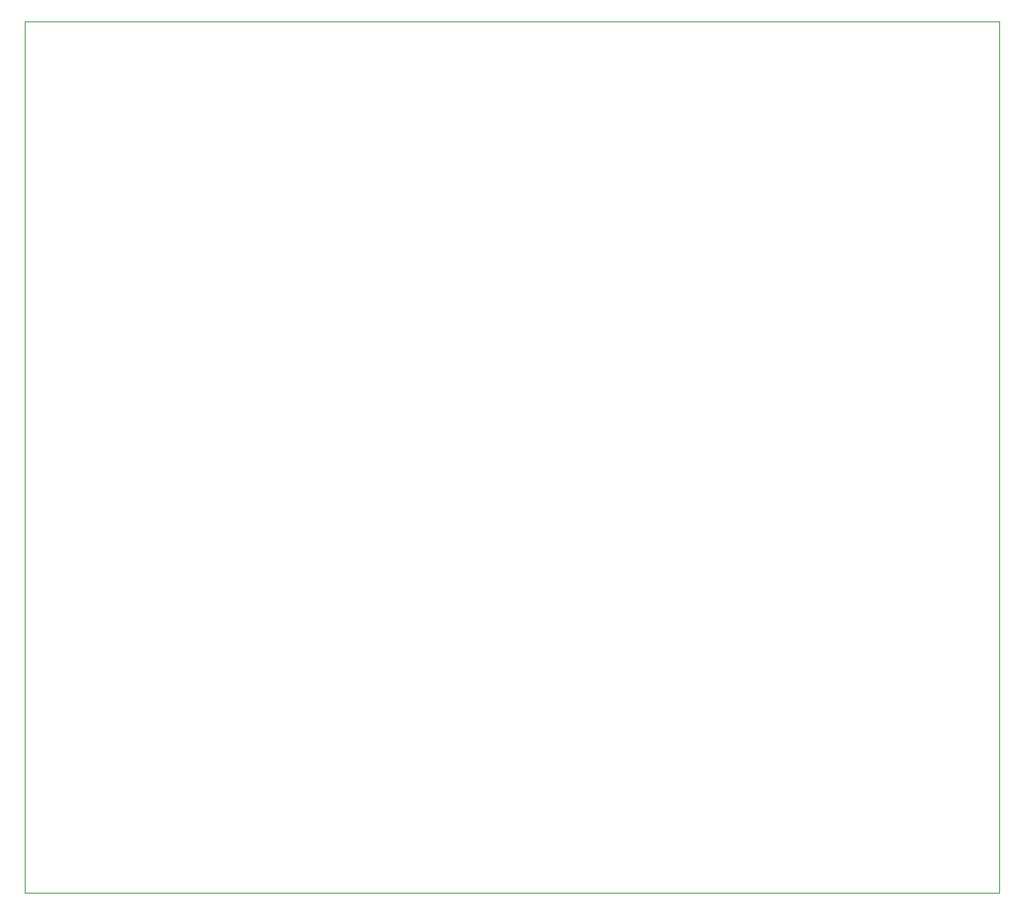
<source format=gbr>
%TF.GenerationSoftware,KiCad,Pcbnew,8.0.4*%
%TF.CreationDate,2024-09-01T22:04:34-05:00*%
%TF.ProjectId,CNC-BOT ESP32,434e432d-424f-4542-9045-535033322e6b,rev?*%
%TF.SameCoordinates,Original*%
%TF.FileFunction,Profile,NP*%
%FSLAX46Y46*%
G04 Gerber Fmt 4.6, Leading zero omitted, Abs format (unit mm)*
G04 Created by KiCad (PCBNEW 8.0.4) date 2024-09-01 22:04:34*
%MOMM*%
%LPD*%
G01*
G04 APERTURE LIST*
%TA.AperFunction,Profile*%
%ADD10C,0.050000*%
%TD*%
G04 APERTURE END LIST*
D10*
X94450000Y-47475000D02*
X194450000Y-47475000D01*
X194450000Y-136975000D01*
X94450000Y-136975000D01*
X94450000Y-47475000D01*
M02*

</source>
